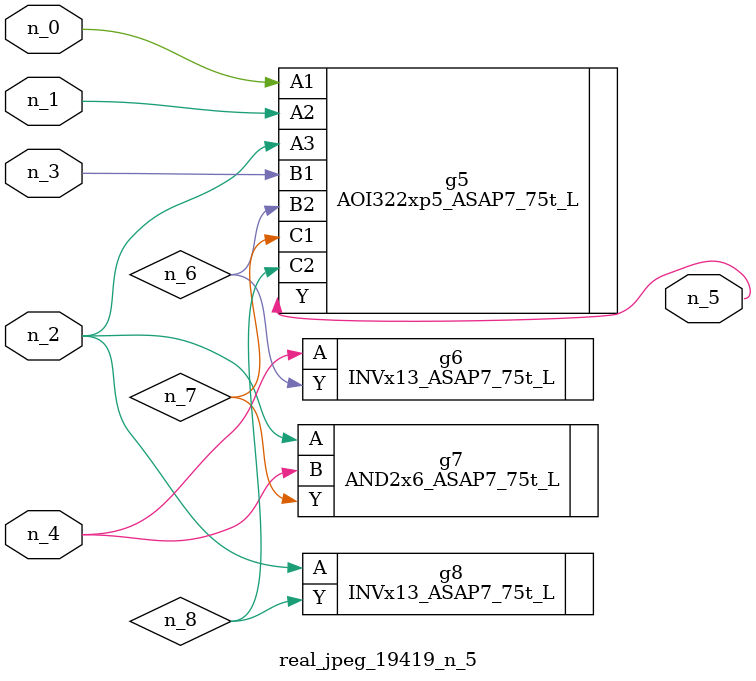
<source format=v>
module real_jpeg_19419_n_5 (n_4, n_0, n_1, n_2, n_3, n_5);

input n_4;
input n_0;
input n_1;
input n_2;
input n_3;

output n_5;

wire n_8;
wire n_6;
wire n_7;

AOI322xp5_ASAP7_75t_L g5 ( 
.A1(n_0),
.A2(n_1),
.A3(n_2),
.B1(n_3),
.B2(n_6),
.C1(n_7),
.C2(n_8),
.Y(n_5)
);

AND2x6_ASAP7_75t_L g7 ( 
.A(n_2),
.B(n_4),
.Y(n_7)
);

INVx13_ASAP7_75t_L g8 ( 
.A(n_2),
.Y(n_8)
);

INVx13_ASAP7_75t_L g6 ( 
.A(n_4),
.Y(n_6)
);


endmodule
</source>
